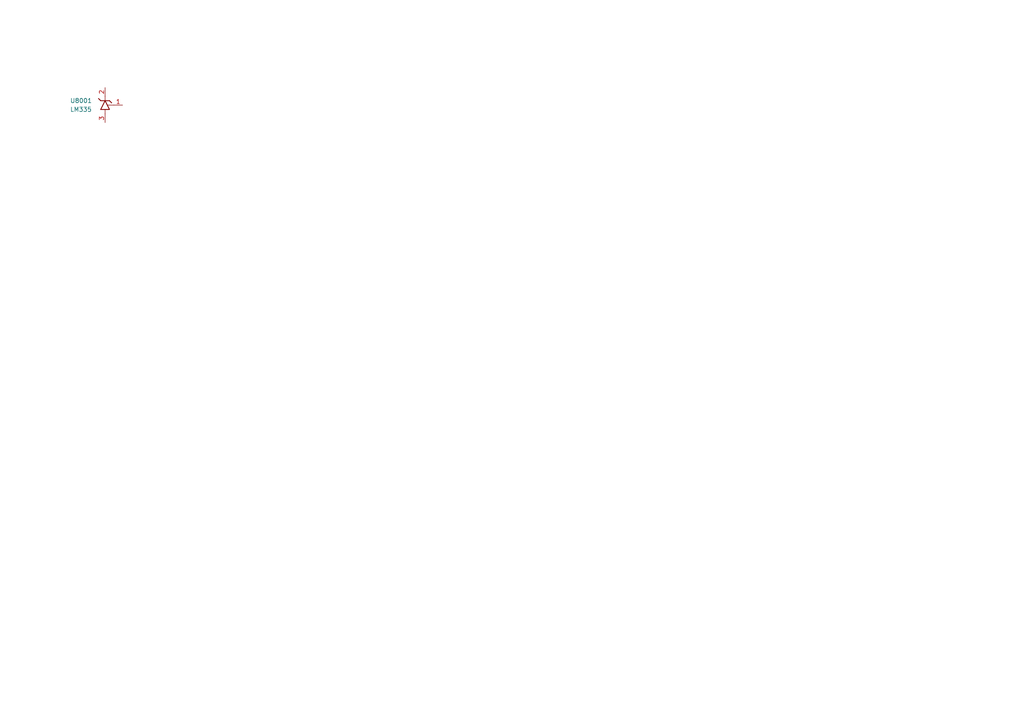
<source format=kicad_sch>
(kicad_sch
	(version 20231120)
	(generator "eeschema")
	(generator_version "8.0")
	(uuid "d343cfc9-c583-407b-9ec3-f7a0fac95932")
	(paper "A4")
	(title_block
		(title "Lily KiCad Library test")
		(date "2024-05-03")
		(rev "1")
		(company "LilyTronics")
	)
	(lib_symbols
		(symbol "lily_symbols:ic_sensor_temperature_LM335_to92"
			(pin_names
				(offset 1.016) hide)
			(exclude_from_sim no)
			(in_bom yes)
			(on_board yes)
			(property "Reference" "U"
				(at -10.16 -3.81 0)
				(effects
					(font
						(size 1.27 1.27)
					)
					(justify left)
				)
			)
			(property "Value" "LM335"
				(at -10.16 -6.35 0)
				(effects
					(font
						(size 1.27 1.27)
					)
					(justify left)
				)
			)
			(property "Footprint" "lily_footprints:to92"
				(at 0 -22.86 0)
				(effects
					(font
						(size 1.27 1.27)
					)
					(hide yes)
				)
			)
			(property "Datasheet" ""
				(at 0 -5.08 90)
				(effects
					(font
						(size 1.27 1.27)
					)
					(hide yes)
				)
			)
			(property "Description" ""
				(at 0 0 0)
				(effects
					(font
						(size 1.27 1.27)
					)
					(hide yes)
				)
			)
			(property "Revision" "1"
				(at 0 -17.78 0)
				(effects
					(font
						(size 1.27 1.27)
					)
					(hide yes)
				)
			)
			(property "Status" "Active"
				(at 0 -20.32 0)
				(effects
					(font
						(size 1.27 1.27)
					)
					(hide yes)
				)
			)
			(property "Manufacturer" "STMicroelectronics"
				(at 0 -25.4 0)
				(effects
					(font
						(size 1.27 1.27)
					)
					(hide yes)
				)
			)
			(property "Manufacturer_ID" "LM335Z"
				(at 0 -27.94 0)
				(effects
					(font
						(size 1.27 1.27)
					)
					(hide yes)
				)
			)
			(property "Lily_ID" "1914-10005"
				(at 0 -30.48 0)
				(effects
					(font
						(size 1.27 1.27)
					)
					(hide yes)
				)
			)
			(property "JLCPCB_ID" "C10629"
				(at 0 -33.02 0)
				(effects
					(font
						(size 1.27 1.27)
					)
					(hide yes)
				)
			)
			(property "JLCPCB_STATUS" "Extended"
				(at 0 -35.56 0)
				(effects
					(font
						(size 1.27 1.27)
					)
					(hide yes)
				)
			)
			(symbol "ic_sensor_temperature_LM335_to92_0_1"
				(polyline
					(pts
						(xy -1.27 -3.81) (xy -1.905 -3.175)
					)
					(stroke
						(width 0.254)
						(type default)
					)
					(fill
						(type none)
					)
				)
				(polyline
					(pts
						(xy 0 -7.62) (xy 0 -6.35)
					)
					(stroke
						(width 0)
						(type default)
					)
					(fill
						(type none)
					)
				)
				(polyline
					(pts
						(xy 0 -2.54) (xy 0 -3.81)
					)
					(stroke
						(width 0)
						(type default)
					)
					(fill
						(type none)
					)
				)
				(polyline
					(pts
						(xy 1.27 -3.81) (xy -1.27 -3.81)
					)
					(stroke
						(width 0.254)
						(type default)
					)
					(fill
						(type none)
					)
				)
				(polyline
					(pts
						(xy 1.27 -3.81) (xy 1.905 -4.445)
					)
					(stroke
						(width 0.254)
						(type default)
					)
					(fill
						(type none)
					)
				)
				(polyline
					(pts
						(xy 2.54 -5.08) (xy 0.762 -5.08)
					)
					(stroke
						(width 0)
						(type default)
					)
					(fill
						(type none)
					)
				)
				(polyline
					(pts
						(xy -1.27 -6.35) (xy 1.27 -6.35) (xy 0 -3.81) (xy -1.27 -6.35)
					)
					(stroke
						(width 0.254)
						(type default)
					)
					(fill
						(type none)
					)
				)
			)
			(symbol "ic_sensor_temperature_LM335_to92_1_1"
				(pin passive line
					(at 5.08 -5.08 180)
					(length 2.54)
					(name ""
						(effects
							(font
								(size 1.27 1.27)
							)
						)
					)
					(number "1"
						(effects
							(font
								(size 1.27 1.27)
							)
						)
					)
				)
				(pin passive line
					(at 0 0 270)
					(length 2.54)
					(name ""
						(effects
							(font
								(size 1.27 1.27)
							)
						)
					)
					(number "2"
						(effects
							(font
								(size 1.27 1.27)
							)
						)
					)
				)
				(pin passive line
					(at 0 -10.16 90)
					(length 2.54)
					(name ""
						(effects
							(font
								(size 1.27 1.27)
							)
						)
					)
					(number "3"
						(effects
							(font
								(size 1.27 1.27)
							)
						)
					)
				)
			)
		)
	)
	(symbol
		(lib_id "lily_symbols:ic_sensor_temperature_LM335_to92")
		(at 30.48 25.4 0)
		(unit 1)
		(exclude_from_sim no)
		(in_bom yes)
		(on_board yes)
		(dnp no)
		(uuid "2a868f37-cd0a-488f-be0f-d4cc51aa69ea")
		(property "Reference" "U8001"
			(at 20.32 29.21 0)
			(effects
				(font
					(size 1.27 1.27)
				)
				(justify left)
			)
		)
		(property "Value" "LM335"
			(at 20.32 31.75 0)
			(effects
				(font
					(size 1.27 1.27)
				)
				(justify left)
			)
		)
		(property "Footprint" "lily_footprints:to92"
			(at 30.48 48.26 0)
			(effects
				(font
					(size 1.27 1.27)
				)
				(hide yes)
			)
		)
		(property "Datasheet" ""
			(at 30.48 30.48 90)
			(effects
				(font
					(size 1.27 1.27)
				)
				(hide yes)
			)
		)
		(property "Description" ""
			(at 30.48 25.4 0)
			(effects
				(font
					(size 1.27 1.27)
				)
				(hide yes)
			)
		)
		(property "Revision" "1"
			(at 30.48 43.18 0)
			(effects
				(font
					(size 1.27 1.27)
				)
				(hide yes)
			)
		)
		(property "Status" "Active"
			(at 30.48 45.72 0)
			(effects
				(font
					(size 1.27 1.27)
				)
				(hide yes)
			)
		)
		(property "Manufacturer" "STMicroelectronics"
			(at 30.48 50.8 0)
			(effects
				(font
					(size 1.27 1.27)
				)
				(hide yes)
			)
		)
		(property "Manufacturer_ID" "LM335Z"
			(at 30.48 53.34 0)
			(effects
				(font
					(size 1.27 1.27)
				)
				(hide yes)
			)
		)
		(property "Lily_ID" "1914-10005"
			(at 30.48 55.88 0)
			(effects
				(font
					(size 1.27 1.27)
				)
				(hide yes)
			)
		)
		(property "JLCPCB_ID" "C10629"
			(at 30.48 58.42 0)
			(effects
				(font
					(size 1.27 1.27)
				)
				(hide yes)
			)
		)
		(property "JLCPCB_STATUS" "Extended"
			(at 30.48 60.96 0)
			(effects
				(font
					(size 1.27 1.27)
				)
				(hide yes)
			)
		)
		(pin "1"
			(uuid "175dcfe5-52ce-4278-aec4-3c13db7266f6")
		)
		(pin "3"
			(uuid "91f69843-9ab0-4abe-b708-f4a1c8055448")
		)
		(pin "2"
			(uuid "e446215f-949e-402b-9769-9e22551a7863")
		)
		(instances
			(project "kicad_lib_test"
				(path "/032b8f2d-5c08-4381-9e3a-c197ca84e3c5/19bb89d4-4435-499d-abf8-0eaf7b787d71"
					(reference "U8001")
					(unit 1)
				)
			)
		)
	)
)

</source>
